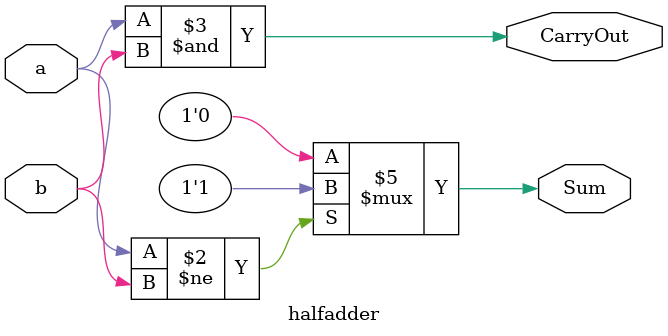
<source format=v>
/************************************************
 * 	Full Adder using Half Adder Modules	*
 * 	(Half Adder low level entity)		*
 * 	Training Source Code			*
 ************************************************/

module halfadder(Sum, CarryOut, a, b);

	input a, b;
	output CarryOut;
	output reg Sum;

	always @(a or b) begin
	if(a != b)
		Sum = 1;
	else
		Sum = 0;
	end
	
	assign CarryOut = (a&b);

endmodule

</source>
